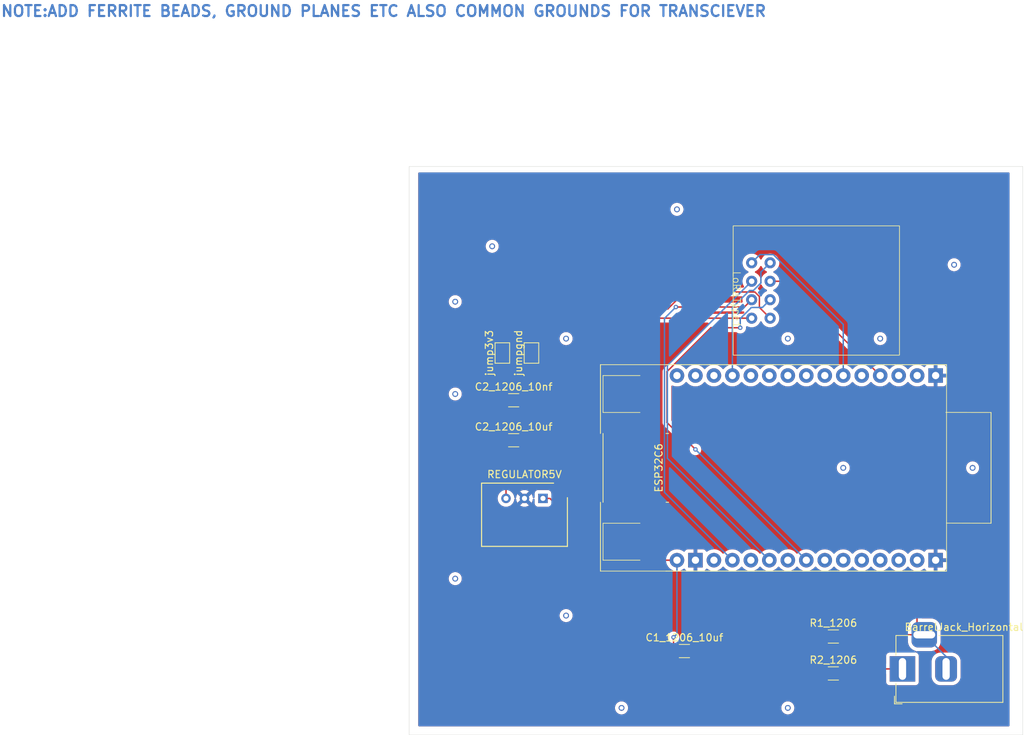
<source format=kicad_pcb>
(kicad_pcb (version 20241229) (generator "pcbnew") (generator_version "9.0")
  (layers (0 "F.Cu" signal) (2 "B.Cu" signal) (13 "F.Paste" user) (15 "B.Paste" user) (5 "F.SilkS" user "F.Silkscreen") (7 "B.SilkS" user "B.Silkscreen") (1 "F.Mask" user) (3 "B.Mask" user) (25 "Edge.Cuts" user))
  (net 0 "")
  (net 1 "5V")
  (net 2 "GND")
  (net 3 "3V3")
  (net 4 "5VEXT")
  (net 5 "GNDEXT")
  (net 6 "DI4")
  (net 7 "DI0")
  (net 8 "DI1")
  (net 9 "DI2")
  (net 10 "DI3")
  (net 11 "LSCK")
  (net 12 "LMISO")
  (net 13 "LMOSI")
  (net 14 "LRST")
  (net 15 "LNSS")
  (net 16 "5V_2")
  (net 17 "3V3_2")
  (net 18 "L3V3")
  (net 19 "LGND")
  (footprint "Package_SIP:SIP3_11.6x8.5mm" (layer "F.Cu") (at 139.06 110.88 180)
    (property "Reference" "REGULATOR5V" (at 2.54 3.3 0) (layer "F.SilkS"))
    (property "Value" "SIP3_11.6x8.5mm")
    (fp_line (start 8.44 -6.6) (end 8.44 2.1) (stroke (width 0.15)) (layer "F.SilkS"))
    (fp_line (start -1.46 2.1) (end 8.44 2.1) (stroke (width 0.15)) (layer "F.SilkS"))
    (fp_line (start -3.36 0.1) (end -3.36 -6.6) (stroke (width 0.15)) (layer "F.SilkS"))
    (fp_line (start -3.36 -6.6) (end 8.44 -6.6) (stroke (width 0.15)) (layer "F.SilkS"))
    (pad "1" thru_hole rect (at 0 0 90) (size 1.3 1.3) (drill 0.7) (layers "*.Cu" "*.Mask") (net 1 "5V"))
    (pad "2" thru_hole circle (at 2.54 0) (size 1.3 1.3) (drill 0.7) (layers "*.Cu" "*.Mask") (net 2 "GND"))
    (pad "3" thru_hole circle (at 5.08 0 90) (size 1.3 1.3) (drill 0.7) (layers "*.Cu" "*.Mask") (net 3 "3V3"))
  )
  (footprint "Jumper:SolderJumper-2_P1.3mm_Bridged_Pad1.0x1.5mm" (layer "F.Cu") (at 137.48 90.88 90)
    (property "Reference" "jumpgnd" (at 0 -1.8 90) (layer "F.SilkS"))
    (property "Value" "SolderJumper-2_P1.3mm_Bridged_Pad1.0x1.5mm")
    (fp_poly (pts (xy -0.25 -0.3) (xy 0.25 -0.3) (xy 0.25 0.3) (xy -0.25 0.3)) (fill yes) (layer "F.Cu"))
    (fp_line (start 1.4 -1) (end 1.4 1) (stroke (width 0.12)) (layer "F.SilkS"))
    (fp_line (start -1.4 -1) (end 1.4 -1) (stroke (width 0.12)) (layer "F.SilkS"))
    (fp_line (start 1.4 1) (end -1.4 1) (stroke (width 0.12)) (layer "F.SilkS"))
    (fp_line (start -1.4 1) (end -1.4 -1) (stroke (width 0.12)) (layer "F.SilkS"))
    (pad "1" smd rect (at -0.65 0 90) (size 1 1.5) (layers "F.Cu" "F.Mask") (net 2 "GND"))
    (pad "2" smd rect (at 0.65 0 90) (size 1 1.5) (layers "F.Cu" "F.Mask") (net 19 "LGND"))
  )
  (footprint "Jumper:SolderJumper-2_P1.3mm_Bridged_Pad1.0x1.5mm" (layer "F.Cu") (at 133.48 90.88 90)
    (property "Reference" "jump3v3" (at 0 -1.8 90) (layer "F.SilkS"))
    (property "Value" "SolderJumper-2_P1.3mm_Bridged_Pad1.0x1.5mm")
    (fp_poly (pts (xy -0.25 -0.3) (xy 0.25 -0.3) (xy 0.25 0.3) (xy -0.25 0.3)) (fill yes) (layer "F.Cu"))
    (fp_line (start 1.4 -1) (end 1.4 1) (stroke (width 0.12)) (layer "F.SilkS"))
    (fp_line (start -1.4 -1) (end 1.4 -1) (stroke (width 0.12)) (layer "F.SilkS"))
    (fp_line (start 1.4 1) (end -1.4 1) (stroke (width 0.12)) (layer "F.SilkS"))
    (fp_line (start -1.4 1) (end -1.4 -1) (stroke (width 0.12)) (layer "F.SilkS"))
    (pad "1" smd rect (at -0.65 0 90) (size 1 1.5) (layers "F.Cu" "F.Mask") (net 3 "3V3"))
    (pad "2" smd rect (at 0.65 0 90) (size 1 1.5) (layers "F.Cu" "F.Mask") (net 18 "L3V3"))
  )
  (footprint "GateWayProjectLibrary:ESP32C6" (layer "F.Cu") (at 175.26 106.68)
    (property "Reference" "ESP32C6" (at -20.28 0 90) (layer "F.SilkS"))
    (property "Value" "ESP32C6")
    (fp_line (start -28.3 -14.2) (end -28.3 -4.733333) (stroke (width 0.12)) (layer "F.SilkS"))
    (fp_line (start -28.3 4.733333) (end -28.3 14.199999) (stroke (width 0.12)) (layer "F.SilkS"))
    (fp_line (start -27.94 -12.7) (end -27.94 -7.62) (stroke (width 0.1)) (layer "F.SilkS"))
    (fp_line (start -27.94 -7.62) (end -22.86 -7.62) (stroke (width 0.1)) (layer "F.SilkS"))
    (fp_line (start -27.94 -4.733333) (end -27.94 4.733333) (stroke (width 0.12)) (layer "F.SilkS"))
    (fp_line (start -27.94 7.62) (end -22.86 7.62) (stroke (width 0.1)) (layer "F.SilkS"))
    (fp_line (start -27.94 12.7) (end -27.94 7.62) (stroke (width 0.1)) (layer "F.SilkS"))
    (fp_line (start -22.86 -12.7) (end -27.94 -12.7) (stroke (width 0.1)) (layer "F.SilkS"))
    (fp_line (start -22.86 12.7) (end -27.94 12.7) (stroke (width 0.1)) (layer "F.SilkS"))
    (fp_line (start -19.28 -14.2) (end -28.3 -14.2) (stroke (width 0.1)) (layer "F.SilkS"))
    (fp_line (start -19.28 -4.733333) (end -18.92 -4.733333) (stroke (width 0.12)) (layer "F.SilkS"))
    (fp_line (start -19.28 14.199999) (end -28.3 14.199999) (stroke (width 0.1)) (layer "F.SilkS"))
    (fp_line (start -19.28 14.199999) (end 19.28 14.2) (stroke (width 0.12)) (layer "F.SilkS"))
    (fp_line (start -18.92 4.733333) (end -19.28 4.733333) (stroke (width 0.12)) (layer "F.SilkS"))
    (fp_line (start 19.28 -14.199999) (end -19.28 -14.2) (stroke (width 0.12)) (layer "F.SilkS"))
    (fp_line (start 19.28 14.2) (end 19.28 -14.199999) (stroke (width 0.1)) (layer "F.SilkS"))
    (fp_line (start 25.4 -7.62) (end 19.18 -7.63) (stroke (width 0.1)) (layer "F.SilkS"))
    (fp_line (start 25.4 7.62) (end 19.27 7.6) (stroke (width 0.1)) (layer "F.SilkS"))
    (fp_line (start 25.4 7.62) (end 25.4 -7.62) (stroke (width 0.12)) (layer "F.SilkS"))
    (pad "0" thru_hole circle (at 0 -12.7) (size 2 2) (drill 1) (layers "*.Cu" "*.Mask") (net 6 "DI4"))
    (pad "1" thru_hole circle (at -2.54 -12.7) (size 2 2) (drill 1) (layers "*.Cu" "*.Mask") (net 10 "DI3"))
    (pad "2" thru_hole circle (at 15.24 12.7) (size 2 2) (drill 1) (layers "*.Cu" "*.Mask"))
    (pad "3" thru_hole circle (at 12.7 12.7) (size 2 2) (drill 1) (layers "*.Cu" "*.Mask"))
    (pad "3V3" thru_hole circle (at 15.24 -12.7) (size 2 2) (drill 1) (layers "*.Cu" "*.Mask") (net 17 "3V3_2"))
    (pad "4" thru_hole circle (at 10.16 -12.7) (size 2 2) (drill 1) (layers "*.Cu" "*.Mask") (net 13 "LMOSI"))
    (pad "5" thru_hole circle (at 7.62 -12.7) (size 2 2) (drill 1) (layers "*.Cu" "*.Mask"))
    (pad "5V" thru_hole circle (at -17.78 -12.7) (size 2 2) (drill 1) (layers "*.Cu" "*.Mask") (net 16 "5V_2"))
    (pad "5V" thru_hole circle (at -17.78 12.7) (size 2 2) (drill 1) (layers "*.Cu" "*.Mask") (net 1 "5V"))
    (pad "6" thru_hole circle (at 5.08 -12.7) (size 2 2) (drill 1) (layers "*.Cu" "*.Mask") (net 12 "LMISO"))
    (pad "7" thru_hole circle (at 2.54 -12.7) (size 2 2) (drill 1) (layers "*.Cu" "*.Mask"))
    (pad "8" thru_hole circle (at -5.08 -12.7) (size 2 2) (drill 1) (layers "*.Cu" "*.Mask") (net 9 "DI2"))
    (pad "9" thru_hole circle (at -12.7 12.7) (size 2 2) (drill 1) (layers "*.Cu" "*.Mask"))
    (pad "10" thru_hole circle (at -7.62 -12.7) (size 2 2) (drill 1) (layers "*.Cu" "*.Mask") (net 8 "DI1"))
    (pad "11" thru_hole circle (at -10.16 -12.7) (size 2 2) (drill 1) (layers "*.Cu" "*.Mask") (net 7 "DI0"))
    (pad "12" thru_hole circle (at -12.7 -12.7) (size 2 2) (drill 1) (layers "*.Cu" "*.Mask"))
    (pad "13" thru_hole circle (at -15.24 -12.7) (size 2 2) (drill 1) (layers "*.Cu" "*.Mask"))
    (pad "15" thru_hole circle (at 5.08 12.7) (size 2 2) (drill 1) (layers "*.Cu" "*.Mask"))
    (pad "18" thru_hole circle (at -10.16 12.7) (size 2 2) (drill 1) (layers "*.Cu" "*.Mask") (net 14 "LRST"))
    (pad "19" thru_hole circle (at -7.62 12.7) (size 2 2) (drill 1) (layers "*.Cu" "*.Mask"))
    (pad "20" thru_hole circle (at -5.08 12.7) (size 2 2) (drill 1) (layers "*.Cu" "*.Mask") (net 11 "LSCK"))
    (pad "21" thru_hole circle (at -2.54 12.7) (size 2 2) (drill 1) (layers "*.Cu" "*.Mask"))
    (pad "22" thru_hole circle (at 0 12.7) (size 2 2) (drill 1) (layers "*.Cu" "*.Mask") (net 15 "LNSS"))
    (pad "23" thru_hole circle (at 2.54 12.7) (size 2 2) (drill 1) (layers "*.Cu" "*.Mask"))
    (pad "GND" thru_hole rect (at -15.24 12.7) (size 2 2) (drill 1) (layers "*.Cu" "*.Mask") (net 2 "GND"))
    (pad "GND" thru_hole rect (at 17.78 -12.7) (size 2 2) (drill 1) (layers "*.Cu" "*.Mask") (net 2 "GND"))
    (pad "GND" thru_hole rect (at 17.78 12.7) (size 2 2) (drill 1) (layers "*.Cu" "*.Mask") (net 2 "GND"))
    (pad "RST" thru_hole circle (at 12.7 -12.7) (size 2 2) (drill 1) (layers "*.Cu" "*.Mask"))
    (pad "RX" thru_hole circle (at 7.62 12.7) (size 2 2) (drill 1) (layers "*.Cu" "*.Mask"))
    (pad "TX" thru_hole circle (at 10.16 12.7) (size 2 2) (drill 1) (layers "*.Cu" "*.Mask"))
  )
  (footprint "GateWayProjectLibrary:LoRaType1" (layer "F.Cu") (at 160.13 81.01 -90)
    (property "Reference" "LoRaType1" (at 2.54 -5.54 270) (layer "F.SilkS") (effects (font (thickness 0.1))))
    (property "Value" "LoRaType1")
    (fp_rect (start -7.62 -27.94) (end 10.16 -5.08) (stroke (width 0.1)) (fill no) (layer "F.SilkS"))
    (pad "1" thru_hole circle (at -2.54 -10.16 270) (size 1.524 1.524) (drill 0.762) (layers "*.Cu" "*.Mask") (net 7 "DI0"))
    (pad "2" thru_hole circle (at 0 -10.16 270) (size 1.524 1.524) (drill 0.762) (layers "*.Cu" "*.Mask") (net 13 "LMOSI"))
    (pad "3" thru_hole circle (at 2.54 -10.16 270) (size 1.524 1.524) (drill 0.762) (layers "*.Cu" "*.Mask") (net 15 "LNSS"))
    (pad "4" thru_hole circle (at 5.08 -10.16 270) (size 1.524 1.524) (drill 0.762) (layers "*.Cu" "*.Mask") (net 18 "L3V3"))
    (pad "5" thru_hole circle (at -2.54 -7.62 270) (size 1.524 1.524) (drill 0.762) (layers "*.Cu" "*.Mask") (net 12 "LMISO"))
    (pad "6" thru_hole circle (at 0 -7.62 270) (size 1.524 1.524) (drill 0.762) (layers "*.Cu" "*.Mask") (net 11 "LSCK"))
    (pad "7" thru_hole circle (at 2.54 -7.62 270) (size 1.524 1.524) (drill 0.762) (layers "*.Cu" "*.Mask") (net 14 "LRST"))
    (pad "8" thru_hole circle (at 5.08 -7.62 270) (size 1.524 1.524) (drill 0.762) (layers "*.Cu" "*.Mask") (net 19 "LGND"))
  )
  (footprint "Capacitor_SMD:C_1206_3216Metric" (layer "F.Cu") (at 158.505 131.88)
    (property "Reference" "C1_1206_10uf" (at 0 -1.85 0) (layer "F.SilkS"))
    (property "Value" "C1_1206_10uf")
    (fp_line (start -0.711252 -0.91) (end 0.711252 -0.91) (stroke (width 0.12)) (layer "F.SilkS"))
    (fp_line (start -0.711252 0.91) (end 0.711252 0.91) (stroke (width 0.12)) (layer "F.SilkS"))
    (pad "1" smd roundrect (at -1.475 0) (size 1.15 1.8) (layers "F.Cu" "F.Mask" "F.Paste") (roundrect_rratio 0.217391) (net 1 "5V"))
    (pad "2" smd roundrect (at 1.475 0) (size 1.15 1.8) (layers "F.Cu" "F.Mask" "F.Paste") (roundrect_rratio 0.217391) (net 2 "GND"))
  )
  (footprint "Capacitor_SMD:C_1206_3216Metric" (layer "F.Cu") (at 135.035 97.38)
    (property "Reference" "C2_1206_10nf" (at 0 -1.85 0) (layer "F.SilkS"))
    (property "Value" "C3_1206_100nf")
    (fp_line (start -0.711252 -0.91) (end 0.711252 -0.91) (stroke (width 0.12)) (layer "F.SilkS"))
    (fp_line (start -0.711252 0.91) (end 0.711252 0.91) (stroke (width 0.12)) (layer "F.SilkS"))
    (pad "1" smd roundrect (at -1.475 0) (size 1.15 1.8) (layers "F.Cu" "F.Mask" "F.Paste") (roundrect_rratio 0.217391) (net 3 "3V3"))
    (pad "2" smd roundrect (at 1.475 0) (size 1.15 1.8) (layers "F.Cu" "F.Mask" "F.Paste") (roundrect_rratio 0.217391) (net 2 "GND"))
  )
  (footprint "NetTie:NetTie-2_SMD_Pad0.5mm" (layer "F.Cu") (at 189.98 125.38)
    (property "Reference" "REF**" (hide yes))
    (property "Value" "NetTie-2_SMD_Pad0.5mm" (hide yes))
    (fp_poly (pts (xy -0.5 -0.25) (xy 0.5 -0.25) (xy 0.5 0.25) (xy -0.5 0.25)) (fill yes) (layer "F.Cu"))
    (pad "1" smd circle (at -0.5 0) (size 0.5 0.5) (layers "F.Cu") (net 2 "GND"))
    (pad "2" smd circle (at 0.5 0) (size 0.5 0.5) (layers "F.Cu") (net 5 "GNDEXT"))
  )
  (footprint "Capacitor_SMD:C_1206_3216Metric" (layer "F.Cu") (at 178.98 129.88)
    (property "Reference" "R1_1206" (at 0 -1.85 0) (layer "F.SilkS"))
    (property "Value" "R1_1206")
    (fp_line (start -0.711252 -0.91) (end 0.711252 -0.91) (stroke (width 0.12)) (layer "F.SilkS"))
    (fp_line (start -0.711252 0.91) (end 0.711252 0.91) (stroke (width 0.12)) (layer "F.SilkS"))
    (pad "1" smd roundrect (at -1.475 0) (size 1.15 1.8) (layers "F.Cu" "F.Mask" "F.Paste") (roundrect_rratio 0.217391) (net 2 "GND"))
    (pad "2" smd roundrect (at 1.475 0) (size 1.15 1.8) (layers "F.Cu" "F.Mask" "F.Paste") (roundrect_rratio 0.217391) (net 5 "GNDEXT"))
  )
  (footprint "Capacitor_SMD:C_1206_3216Metric" (layer "F.Cu") (at 178.98 134.96)
    (property "Reference" "R2_1206" (at 0 -1.85 0) (layer "F.SilkS"))
    (property "Value" "R2_1206")
    (fp_line (start -0.711252 -0.91) (end 0.711252 -0.91) (stroke (width 0.12)) (layer "F.SilkS"))
    (fp_line (start -0.711252 0.91) (end 0.711252 0.91) (stroke (width 0.12)) (layer "F.SilkS"))
    (pad "1" smd roundrect (at -1.475 0) (size 1.15 1.8) (layers "F.Cu" "F.Mask" "F.Paste") (roundrect_rratio 0.217391) (net 1 "5V"))
    (pad "2" smd roundrect (at 1.475 0) (size 1.15 1.8) (layers "F.Cu" "F.Mask" "F.Paste") (roundrect_rratio 0.217391) (net 4 "5VEXT"))
  )
  (footprint "Connector_BarrelJack:BarrelJack_Horizontal" (layer "F.Cu") (at 188.48 134.3375 180)
    (property "Reference" "BarrelJack_Horizontal" (at -8.45 5.75 0) (layer "F.SilkS"))
    (property "Value" "BarrelJack_Horizontal")
    (fp_line (start 1.1 -3.75) (end 1.1 -4.8) (stroke (width 0.12)) (layer "F.SilkS"))
    (fp_line (start 0.9 4.6) (end -1 4.6) (stroke (width 0.12)) (layer "F.SilkS"))
    (fp_line (start 0.9 1.9) (end 0.9 4.6) (stroke (width 0.12)) (layer "F.SilkS"))
    (fp_line (start 0.9 -4.6) (end 0.9 -2) (stroke (width 0.12)) (layer "F.SilkS"))
    (fp_line (start 0.05 -4.8) (end 1.1 -4.8) (stroke (width 0.12)) (layer "F.SilkS"))
    (fp_line (start -5 4.6) (end -13.8 4.6) (stroke (width 0.12)) (layer "F.SilkS"))
    (fp_line (start -13.8 4.6) (end -13.8 -4.6) (stroke (width 0.12)) (layer "F.SilkS"))
    (fp_line (start -13.8 -4.6) (end 0.9 -4.6) (stroke (width 0.12)) (layer "F.SilkS"))
    (pad "1" thru_hole rect (at 0 0 180) (size 3.5 3.5) (drill oval 1 3) (layers "*.Cu" "*.Mask") (net 4 "5VEXT"))
    (pad "2" thru_hole roundrect (at -6 0 180) (size 3 3.5) (drill oval 1 3) (layers "*.Cu" "*.Mask") (net 5 "GNDEXT"))
    (pad "3" thru_hole roundrect (at -3 4.7 180) (size 3.5 3.5) (drill oval 3 1) (layers "*.Cu" "*.Mask") (net 5 "GNDEXT"))
  )
  (footprint "Capacitor_SMD:C_1206_3216Metric" (layer "F.Cu") (at 135.035 102.88)
    (property "Reference" "C2_1206_10uf" (at 0 -1.85 0) (layer "F.SilkS"))
    (property "Value" "C2_1206_10uf")
    (fp_line (start -0.711252 -0.91) (end 0.711252 -0.91) (stroke (width 0.12)) (layer "F.SilkS"))
    (fp_line (start -0.711252 0.91) (end 0.711252 0.91) (stroke (width 0.12)) (layer "F.SilkS"))
    (pad "1" smd roundrect (at -1.475 0) (size 1.15 1.8) (layers "F.Cu" "F.Mask" "F.Paste") (roundrect_rratio 0.217391) (net 3 "3V3"))
    (pad "2" smd roundrect (at 1.475 0) (size 1.15 1.8) (layers "F.Cu" "F.Mask" "F.Paste") (roundrect_rratio 0.217391) (net 2 "GND"))
  )
  (gr_rect (start 120.66 65.22) (end 205.02 143.42) (stroke (width 0.05)) (fill no) (layer "Edge.Cuts"))
  (gr_text "HYOMIN MK1_a" (at 129.54 132.08 0) (layer "F.Cu") (effects (font (size 1.5 1.5) (thickness 0.3) (bold yes)) (justify left bottom)))
  (gr_text "NOTE:ADD FERRITE BEADS, GROUND PLANES ETC ALSO COMMON GROUNDS FOR TRANSCIEVER\n" (at 64.42 44.72 0) (layer "B.Cu") (effects (font (size 1.5 1.5) (thickness 0.3) (bold yes)) (justify left bottom)))
  (via (at 185.42 88.9) (size 0.8) (drill 0.5) (layers "F.Cu" "B.Cu") (net 0))
  (via (at 142.24 88.9) (size 0.8) (drill 0.5) (layers "F.Cu" "B.Cu") (net 0))
  (via (at 127 96.52) (size 0.8) (drill 0.5) (layers "F.Cu" "B.Cu") (net 0))
  (via (at 172.72 88.9) (size 0.8) (drill 0.5) (layers "F.Cu" "B.Cu") (net 0))
  (via (at 195.58 78.74) (size 0.8) (drill 0.5) (layers "F.Cu" "B.Cu") (net 0))
  (via (at 142.24 127) (size 0.8) (drill 0.5) (layers "F.Cu" "B.Cu") (net 0))
  (via (at 149.86 139.7) (size 0.8) (drill 0.5) (layers "F.Cu" "B.Cu") (net 0))
  (via (at 172.72 139.7) (size 0.8) (drill 0.5) (layers "F.Cu" "B.Cu") (net 0))
  (via (at 127 83.82) (size 0.8) (drill 0.5) (layers "F.Cu" "B.Cu") (net 0))
  (via (at 127 121.92) (size 0.8) (drill 0.5) (layers "F.Cu" "B.Cu") (net 0))
  (via (at 198.12 106.68) (size 0.8) (drill 0.5) (layers "F.Cu" "B.Cu") (net 0))
  (via (at 132.08 76.2) (size 0.8) (drill 0.5) (layers "F.Cu" "B.Cu") (net 0))
  (via (at 157.48 71.12) (size 0.8) (drill 0.5) (layers "F.Cu" "B.Cu") (net 0))
  (via (at 180.34 106.68) (size 0.8) (drill 0.5) (layers "F.Cu" "B.Cu") (net 0))
  (segment (start 160.11 134.96) (end 157.03 131.88) (width 0.2) (layer "F.Cu") (net 1))
  (segment (start 157.48 119.38) (end 148.5117 119.38) (width 0.2) (layer "F.Cu") (net 1))
  (segment (start 157.0088 131.8588) (end 157.0088 129.99) (width 0.2) (layer "F.Cu") (net 1))
  (segment (start 177.505 134.96) (end 160.11 134.96) (width 0.2) (layer "F.Cu") (net 1))
  (segment (start 139.06 110.88) (end 140.0117 110.88) (width 0.2) (layer "F.Cu") (net 1))
  (segment (start 157.03 131.88) (end 157.0088 131.8588) (width 0.2) (layer "F.Cu") (net 1))
  (segment (start 148.5117 119.38) (end 140.0117 110.88) (width 0.2) (layer "F.Cu") (net 1))
  (via (at 157.0088 129.99) (size 0.6) (drill 0.3) (layers "F.Cu" "B.Cu") (net 1))
  (segment (start 157.0088 129.99) (end 157.48 129.5188) (width 0.2) (layer "B.Cu") (net 1))
  (segment (start 157.48 129.5188) (end 157.48 119.38) (width 0.2) (layer "B.Cu") (net 1))
  (segment (start 133.56 102.88) (end 133.98 103.3) (width 0.2) (layer "F.Cu") (net 3))
  (segment (start 133.56 92.4117) (end 133.48 92.3317) (width 0.2) (layer "F.Cu") (net 3))
  (segment (start 133.56 97.38) (end 133.56 92.4117) (width 0.2) (layer "F.Cu") (net 3))
  (segment (start 133.48 91.53) (end 133.48 92.3317) (width 0.2) (layer "F.Cu") (net 3))
  (segment (start 133.56 102.88) (end 133.56 97.38) (width 0.2) (layer "F.Cu") (net 3))
  (segment (start 133.98 103.3) (end 133.98 110.88) (width 0.2) (layer "F.Cu") (net 3))
  (segment (start 181.0775 134.3375) (end 180.455 134.96) (width 0.2) (layer "F.Cu") (net 4))
  (segment (start 188.48 134.3375) (end 181.0775 134.3375) (width 0.2) (layer "F.Cu") (net 4))
  (segment (start 180.6975 129.6375) (end 180.455 129.88) (width 0.2) (layer "F.Cu") (net 5))
  (segment (start 191.48 129.6375) (end 180.6975 129.6375) (width 0.2) (layer "F.Cu") (net 5))
  (segment (start 190.48 125.38) (end 190.48 128.6375) (width 0.2) (layer "F.Cu") (net 5))
  (segment (start 190.48 128.6375) (end 191.48 129.6375) (width 0.2) (layer "F.Cu") (net 5))
  (segment (start 194.48 132.6375) (end 194.48 134.3375) (width 0.2) (layer "B.Cu") (net 5))
  (segment (start 191.48 129.6375) (end 194.48 132.6375) (width 0.2) (layer "B.Cu") (net 5))
  (segment (start 169.02 79.74) (end 169.02 81.249) (width 0.2) (layer "B.Cu") (net 7))
  (segment (start 170.29 78.47) (end 169.02 79.74) (width 0.2) (layer "B.Cu") (net 7))
  (segment (start 169.02 81.249) (end 167.989 82.28) (width 0.2) (layer "B.Cu") (net 7))
  (segment (start 165.1 84.6387) (end 165.1 93.98) (width 0.2) (layer "B.Cu") (net 7))
  (segment (start 167.989 82.28) (end 167.4587 82.28) (width 0.2) (layer "B.Cu") (net 7))
  (segment (start 167.4587 82.28) (end 165.1 84.6387) (width 0.2) (layer "B.Cu") (net 7))
  (segment (start 156.1652 92.5948) (end 167.75 81.01) (width 0.2) (layer "B.Cu") (net 11))
  (segment (start 156.1652 105.3652) (end 156.1652 92.5948) (width 0.2) (layer "B.Cu") (net 11))
  (segment (start 170.18 119.38) (end 156.1652 105.3652) (width 0.2) (layer "B.Cu") (net 11))
  (segment (start 180.34 93.98) (end 180.34 86.9505) (width 0.2) (layer "B.Cu") (net 12))
  (segment (start 170.7341 77.3446) (end 168.8754 77.3446) (width 0.2) (layer "B.Cu") (net 12))
  (segment (start 168.8754 77.3446) (end 167.75 78.47) (width 0.2) (layer "B.Cu") (net 12))
  (segment (start 180.34 86.9505) (end 170.7341 77.3446) (width 0.2) (layer "B.Cu") (net 12))
  (segment (start 172.45 81.01) (end 185.42 93.98) (width 0.2) (layer "F.Cu") (net 13))
  (segment (start 170.29 81.01) (end 172.45 81.01) (width 0.2) (layer "F.Cu") (net 13))
  (segment (start 157.3325 84.5527) (end 166.7473 84.5527) (width 0.2) (layer "F.Cu") (net 14))
  (segment (start 166.7473 84.5527) (end 167.75 83.55) (width 0.2) (layer "F.Cu") (net 14))
  (via (at 157.3325 84.5527) (size 0.6) (drill 0.3) (layers "F.Cu" "B.Cu") (net 14))
  (segment (start 155.7635 86.1217) (end 157.3325 84.5527) (width 0.2) (layer "B.Cu") (net 14))
  (segment (start 155.7635 110.0435) (end 155.7635 86.1217) (width 0.2) (layer "B.Cu") (net 14))
  (segment (start 165.1 119.38) (end 155.7635 110.0435) (width 0.2) (layer "B.Cu") (net 14))
  (segment (start 160.02 104.14) (end 157.562 101.682) (width 0.2) (layer "F.Cu") (net 15))
  (segment (start 157.350068 101.682) (end 156.1034 100.435332) (width 0.2) (layer "F.Cu") (net 15))
  (segment (start 162.1386 87.405) (end 166.1789 87.405) (width 0.2) (layer "F.Cu") (net 15))
  (segment (start 157.562 101.682) (end 157.350068 101.682) (width 0.2) (layer "F.Cu") (net 15))
  (segment (start 156.1034 93.4402) (end 162.1386 87.405) (width 0.2) (layer "F.Cu") (net 15))
  (segment (start 156.1034 100.435332) (end 156.1034 93.4402) (width 0.2) (layer "F.Cu") (net 15))
  (via (at 160.02 104.14) (size 0.6) (drill 0.3) (layers "F.Cu" "B.Cu") (net 15))
  (via (at 166.1789 87.405) (size 0.6) (drill 0.3) (layers "F.Cu" "B.Cu") (net 15))
  (segment (start 160.02 104.14) (end 175.26 119.38) (width 0.2) (layer "B.Cu") (net 15))
  (segment (start 170.29 83.55) (end 169.2251 84.6149) (width 0.2) (layer "B.Cu") (net 15))
  (segment (start 169.2251 84.6149) (end 167.7132 84.6149) (width 0.2) (layer "B.Cu") (net 15))
  (segment (start 167.7132 84.6149) (end 166.1789 86.1492) (width 0.2) (layer "B.Cu") (net 15))
  (segment (start 166.1789 86.1492) (end 166.1789 87.405) (width 0.2) (layer "B.Cu") (net 15))
  (segment (start 133.48 90.23) (end 133.48 89.4283) (width 0.2) (layer "F.Cu") (net 18))
  (segment (start 170.29 86.09) (end 168.8137 84.6137) (width 0.2) (layer "F.Cu") (net 18))
  (segment (start 168.8137 84.6137) (end 168.8137 83.1093) (width 0.2) (layer "F.Cu") (net 18))
  (segment (start 156.2324 84.802) (end 156.2324 84.8021) (width 0.2) (layer "F.Cu") (net 18))
  (segment (start 156.2324 84.8021) (end 138.1062 84.8021) (width 0.2) (layer "F.Cu") (net 18))
  (segment (start 168.1907 82.4863) (end 158.5481 82.4863) (width 0.2) (layer "F.Cu") (net 18))
  (segment (start 168.8137 83.1093) (end 168.1907 82.4863) (width 0.2) (layer "F.Cu") (net 18))
  (segment (start 158.5481 82.4863) (end 156.2324 84.802) (width 0.2) (layer "F.Cu") (net 18))
  (segment (start 138.1062 84.8021) (end 133.48 89.4283) (width 0.2) (layer "F.Cu") (net 18))
  (segment (start 140.8183 86.09) (end 167.75 86.09) (width 0.2) (layer "F.Cu") (net 19))
  (segment (start 137.48 89.4283) (end 140.8183 86.09) (width 0.2) (layer "F.Cu") (net 19))
  (segment (start 137.48 90.23) (end 137.48 89.4283) (width 0.2) (layer "F.Cu") (net 19))
  (zone (net 2) (net_name "GND") (layers "F.Cu" "B.Cu") (connect_pads (clearance 0.5)) (min_thickness 0.25) (fill yes (thermal_gap 0.5) (thermal_bridge_width 0.5) (island_removal_mode 1) (island_area_min 10))
    (polygon (pts (xy 121.92 66.04) (xy 121.92 142.24) (xy 203.2 142.24) (xy 203.2 66.04)))
  )
)
</source>
